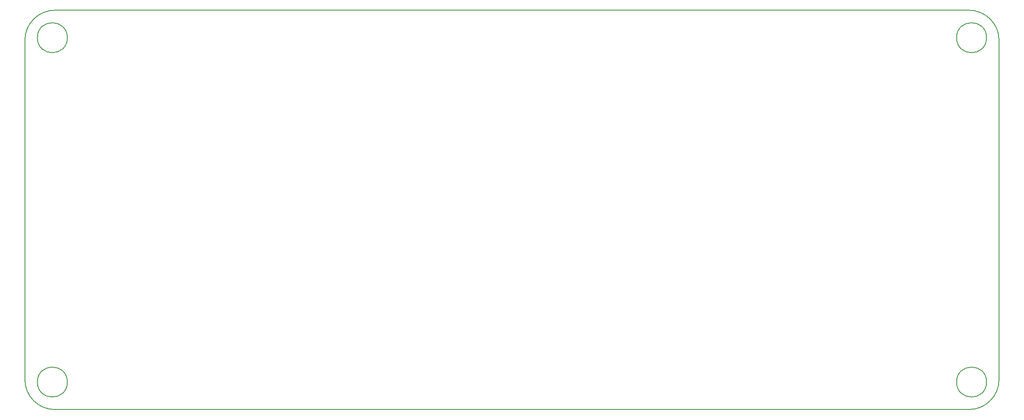
<source format=gbr>
%TF.GenerationSoftware,KiCad,Pcbnew,9.0.3*%
%TF.CreationDate,2025-07-29T17:14:18-05:00*%
%TF.ProjectId,rgb-switch,7267622d-7377-4697-9463-682e6b696361,rev?*%
%TF.SameCoordinates,Original*%
%TF.FileFunction,Profile,NP*%
%FSLAX46Y46*%
G04 Gerber Fmt 4.6, Leading zero omitted, Abs format (unit mm)*
G04 Created by KiCad (PCBNEW 9.0.3) date 2025-07-29 17:14:18*
%MOMM*%
%LPD*%
G01*
G04 APERTURE LIST*
%TA.AperFunction,Profile*%
%ADD10C,0.200000*%
%TD*%
G04 APERTURE END LIST*
D10*
X250000000Y-65500000D02*
G75*
G02*
X244000000Y-65500000I-3000000J0D01*
G01*
X244000000Y-65500000D02*
G75*
G02*
X250000000Y-65500000I3000000J0D01*
G01*
X250000000Y-134500000D02*
G75*
G02*
X244000000Y-134500000I-3000000J0D01*
G01*
X244000000Y-134500000D02*
G75*
G02*
X250000000Y-134500000I3000000J0D01*
G01*
X246500000Y-140000000D02*
X63500000Y-140000000D01*
X66000000Y-65500000D02*
G75*
G02*
X60000000Y-65500000I-3000000J0D01*
G01*
X60000000Y-65500000D02*
G75*
G02*
X66000000Y-65500000I3000000J0D01*
G01*
X63500000Y-140000000D02*
G75*
G02*
X57500000Y-134000000I0J6000000D01*
G01*
X252500000Y-66000000D02*
X252500000Y-134000000D01*
X246500000Y-60000000D02*
G75*
G02*
X252500000Y-66000000I0J-6000000D01*
G01*
X57500000Y-134000000D02*
X57500000Y-66000000D01*
X252500000Y-134000000D02*
G75*
G02*
X246500000Y-140000000I-6000000J0D01*
G01*
X66000000Y-134500000D02*
G75*
G02*
X60000000Y-134500000I-3000000J0D01*
G01*
X60000000Y-134500000D02*
G75*
G02*
X66000000Y-134500000I3000000J0D01*
G01*
X63500000Y-60000000D02*
X246500000Y-60000000D01*
X57500000Y-66000000D02*
G75*
G02*
X63500000Y-60000000I6000000J0D01*
G01*
M02*

</source>
